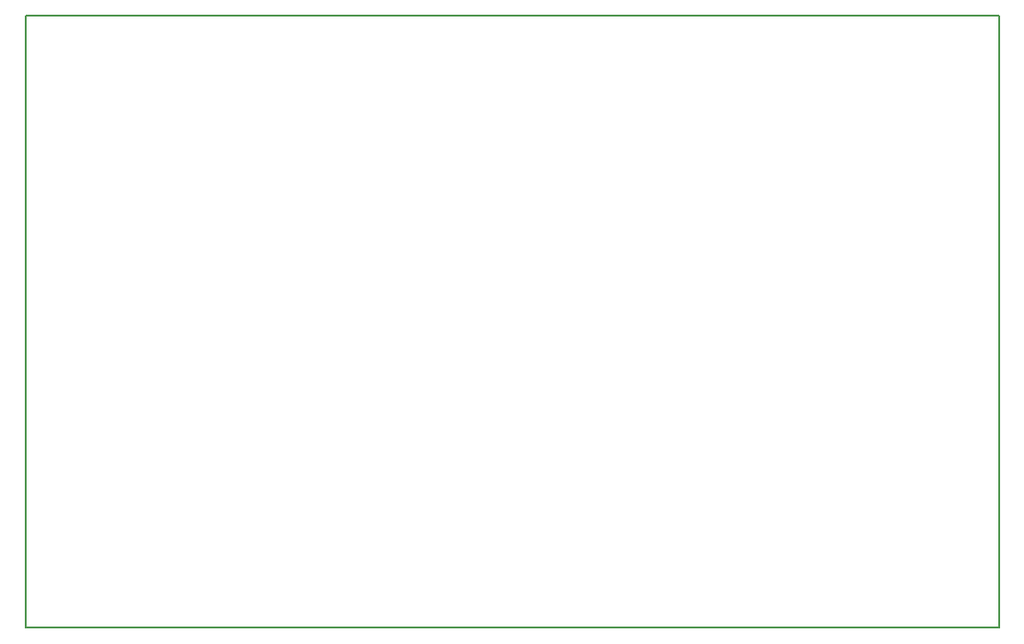
<source format=gbr>
%TF.GenerationSoftware,KiCad,Pcbnew,7.0.2*%
%TF.CreationDate,2023-09-08T16:08:14-07:00*%
%TF.ProjectId,Buck Converter,4275636b-2043-46f6-9e76-65727465722e,rev?*%
%TF.SameCoordinates,Original*%
%TF.FileFunction,Profile,NP*%
%FSLAX46Y46*%
G04 Gerber Fmt 4.6, Leading zero omitted, Abs format (unit mm)*
G04 Created by KiCad (PCBNEW 7.0.2) date 2023-09-08 16:08:14*
%MOMM*%
%LPD*%
G01*
G04 APERTURE LIST*
%TA.AperFunction,Profile*%
%ADD10C,0.200000*%
%TD*%
G04 APERTURE END LIST*
D10*
X107137200Y-80772000D02*
X196790000Y-80772000D01*
X196790000Y-137135000D01*
X107137200Y-137135000D01*
X107137200Y-80772000D01*
M02*

</source>
